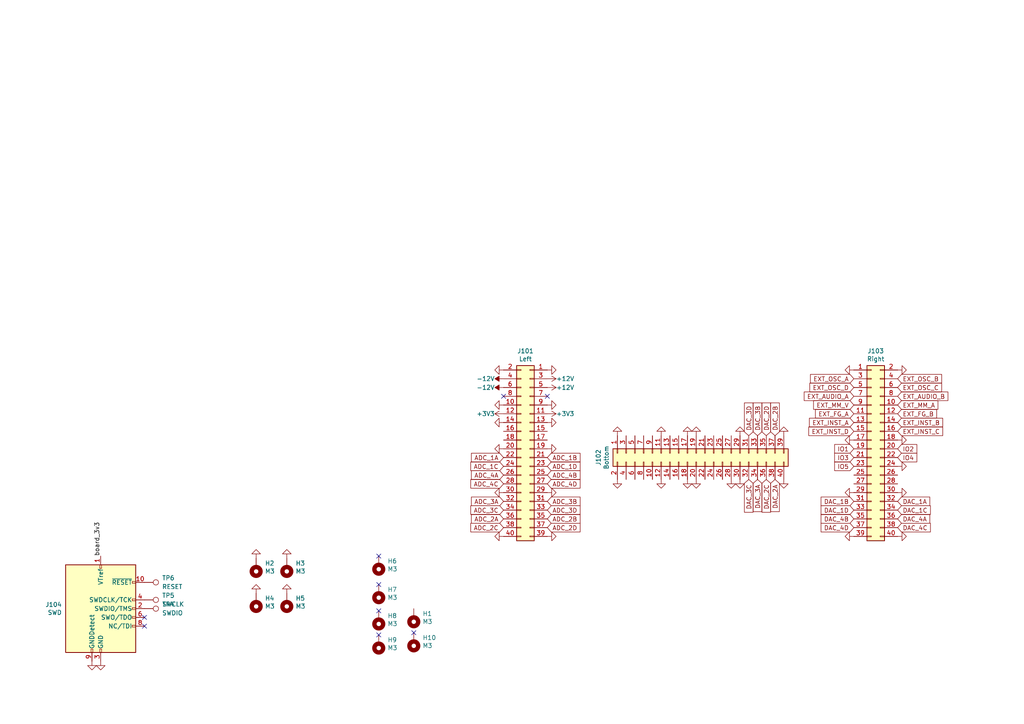
<source format=kicad_sch>
(kicad_sch (version 20211123) (generator eeschema)
  (paper "A4")
  (title_block (title "Castor & Pollux: testkit-adapter") (date "2021-10-31") (rev "v3") (company "Winterbloom") (comment 1 "gemini.wntr.dev") (comment 2 "CERN-OHL-P v2"))
  (junction (at 336.55 159.385))
  (junction (at 521.97 -17.145))
  (junction (at 363.22 119.38))
  (junction (at 425.45 19.05))
  (junction (at 468.63 34.29))
  (junction (at 425.45 13.97))
  (junction (at 521.97 8.89))
  (junction (at 521.97 32.385))
  (no_connect (at 109.855 161.29))
  (no_connect (at 419.1 8.89))
  (no_connect (at 41.91 181.61))
  (no_connect (at 468.63 24.13))
  (no_connect (at 438.15 73.66))
  (no_connect (at 146.05 114.935))
  (no_connect (at 336.55 154.305))
  (no_connect (at 120.015 183.515))
  (no_connect (at 109.855 177.165))
  (no_connect (at 109.855 169.545))
  (no_connect (at 41.91 179.07))
  (no_connect (at 158.75 114.935))
  (no_connect (at 109.855 184.15))
  (no_connect (at 360.68 16.51))
  (no_connect (at 336.55 146.685))
  (no_connect (at 360.68 116.84))
  (no_connect (at 360.68 50.8))
  (no_connect (at 360.68 34.29))
  (no_connect (at 360.68 67.31))
  (no_connect (at 360.68 83.82))
  (no_connect (at 360.68 100.33))
  (wire (pts (xy 468.63 -10.16) (xy 463.55 -10.16)))
  (wire (pts (xy 426.72 17.78) (xy 425.45 17.78)))
  (wire (pts (xy 515.62 107.95) (xy 517.525 107.95)))
  (wire (pts (xy 497.205 68.58) (xy 497.205 65.405)))
  (wire (pts (xy 363.22 120.65) (xy 364.49 120.65)))
  (wire (pts (xy 491.49 83.82) (xy 491.49 90.17)))
  (wire (pts (xy 425.45 19.05) (xy 425.45 20.32)))
  (wire (pts (xy 516.255 32.385) (xy 521.97 32.385)))
  (wire (pts (xy 513.08 17.78) (xy 513.08 12.7)))
  (wire (pts (xy 468.63 7.62) (xy 463.55 7.62)))
  (wire (pts (xy 425.45 13.97) (xy 425.45 15.24)))
  (wire (pts (xy 468.63 -10.16) (xy 468.63 -7.62)))
  (wire (pts (xy 513.08 0) (xy 521.97 0)))
  (wire (pts (xy 468.63 31.75) (xy 468.63 34.29)))
  (wire (pts (xy 426.72 73.66) (xy 427.99 73.66)))
  (wire (pts (xy 521.97 -26.035) (xy 521.97 -24.765)))
  (wire (pts (xy 425.45 17.78) (xy 425.45 19.05)))
  (wire (pts (xy 515.62 72.39) (xy 517.525 72.39)))
  (wire (pts (xy 364.49 118.11) (xy 363.22 118.11)))
  (wire (pts (xy 491.49 90.17) (xy 493.395 90.17)))
  (wire (pts (xy 513.08 5.08) (xy 513.08 0)))
  (wire (pts (xy 463.55 7.62) (xy 463.55 13.97)))
  (wire (pts (xy 512.445 23.495) (xy 521.97 23.495)))
  (wire (pts (xy 513.08 -26.035) (xy 521.97 -26.035)))
  (wire (pts (xy 463.55 27.94) (xy 463.55 34.29)))
  (wire (pts (xy 521.97 23.495) (xy 521.97 24.765)))
  (wire (pts (xy 515.62 90.17) (xy 517.525 90.17)))
  (wire (pts (xy 497.205 86.36) (xy 497.205 83.82)))
  (wire (pts (xy 468.63 7.62) (xy 468.63 10.16)))
  (wire (pts (xy 497.205 102.235) (xy 491.49 102.235)))
  (wire (pts (xy 521.97 41.275) (xy 512.445 41.275)))
  (wire (pts (xy 491.49 72.39) (xy 493.395 72.39)))
  (wire (pts (xy 419.1 13.97) (xy 425.45 13.97)))
  (wire (pts (xy 463.55 13.97) (xy 464.82 13.97)))
  (wire (pts (xy 521.335 86.36) (xy 521.335 83.82)))
  (wire (pts (xy 463.55 -10.16) (xy 463.55 -3.81)))
  (wire (pts (xy 425.45 12.7) (xy 425.45 13.97)))
  (wire (pts (xy 463.55 -3.81) (xy 464.82 -3.81)))
  (wire (pts (xy 513.08 -8.255) (xy 513.08 -13.335)))
  (wire (pts (xy 497.205 104.14) (xy 497.205 102.235)))
  (wire (pts (xy 521.97 -9.525) (xy 521.97 -8.255)))
  (wire (pts (xy 521.97 40.005) (xy 521.97 41.275)))
  (wire (pts (xy 521.97 0) (xy 521.97 1.27)))
  (wire (pts (xy 516.89 -17.145) (xy 521.97 -17.145)))
  (wire (pts (xy 360.68 119.38) (xy 363.22 119.38)))
  (wire (pts (xy 363.22 118.11) (xy 363.22 119.38)))
  (wire (pts (xy 491.49 65.405) (xy 491.49 72.39)))
  (wire (pts (xy 463.55 34.29) (xy 468.63 34.29)))
  (wire (pts (xy 521.335 102.235) (xy 515.62 102.235)))
  (wire (pts (xy 521.97 16.51) (xy 521.97 17.78)))
  (wire (pts (xy 512.445 28.575) (xy 512.445 23.495)))
  (wire (pts (xy 512.445 41.275) (xy 512.445 36.195)))
  (wire (pts (xy 513.08 -20.955) (xy 513.08 -26.035)))
  (wire (pts (xy 425.45 20.32) (xy 426.72 20.32)))
  (wire (pts (xy 521.97 -8.255) (xy 513.08 -8.255)))
  (wire (pts (xy 516.89 8.89) (xy 521.97 8.89)))
  (wire (pts (xy 363.22 119.38) (xy 363.22 120.65)))
  (wire (pts (xy 425.45 15.24) (xy 426.72 15.24)))
  (wire (pts (xy 426.72 12.7) (xy 425.45 12.7)))
  (wire (pts (xy 521.335 104.14) (xy 521.335 102.235)))
  (wire (pts (xy 497.205 83.82) (xy 491.49 83.82)))
  (wire (pts (xy 419.1 19.05) (xy 425.45 19.05)))
  (wire (pts (xy 497.205 65.405) (xy 491.49 65.405)))
  (wire (pts (xy 515.62 65.405) (xy 515.62 72.39)))
  (wire (pts (xy 336.55 156.845) (xy 336.55 159.385)))
  (wire (pts (xy 515.62 102.235) (xy 515.62 107.95)))
  (wire (pts (xy 521.335 68.58) (xy 521.335 65.405)))
  (wire (pts (xy 521.335 65.405) (xy 515.62 65.405)))
  (wire (pts (xy 521.335 83.82) (xy 515.62 83.82)))
  (wire (pts (xy 491.49 107.95) (xy 493.395 107.95)))
  (wire (pts (xy 521.97 17.78) (xy 513.08 17.78)))
  (wire (pts (xy 515.62 83.82) (xy 515.62 90.17)))
  (wire (pts (xy 464.82 27.94) (xy 463.55 27.94)))
  (wire (pts (xy 491.49 102.235) (xy 491.49 107.95)))
  (label "board_3v3" (at 29.21 161.29 90))
  (label "BUTTON" (at 426.72 73.66 180))
  (label "board_3v3" (at 419.1 -1.27 0))
  (global_label "ADC_3C" (shape input) (at 146.05 147.955 180) (property "Intersheet References" "${INTERSHEET_REFS}" (effects hide)))
  (global_label "DAC_3D" (shape input) (at 217.17 126.365 90) (property "Intersheet References" "${INTERSHEET_REFS}" (effects hide)))
  (global_label "ADC_2D" (shape input) (at 364.49 120.65 0) (property "Intersheet References" "${INTERSHEET_REFS}" (effects hide)))
  (global_label "IO5" (shape input) (at 247.65 135.255 180) (property "Intersheet References" "${INTERSHEET_REFS}" (effects hide)))
  (global_label "ADC_1A" (shape input) (at 426.72 20.32 0) (property "Intersheet References" "${INTERSHEET_REFS}" (effects hide)))
  (global_label "ADC_3A" (shape input) (at 426.72 15.24 0) (property "Intersheet References" "${INTERSHEET_REFS}" (effects hide)))
  (global_label "IO2" (shape input) (at 419.1 44.45 0) (property "Intersheet References" "${INTERSHEET_REFS}" (effects hide)))
  (global_label "DAC_3C" (shape input) (at 217.17 139.065 270) (property "Intersheet References" "${INTERSHEET_REFS}" (effects hide)))
  (global_label "IO3" (shape input) (at 247.65 132.715 180) (property "Intersheet References" "${INTERSHEET_REFS}" (effects hide)))
  (global_label "ADC_4B" (shape input) (at 158.75 137.795 0) (property "Intersheet References" "${INTERSHEET_REFS}" (effects hide)))
  (global_label "DAC_1B" (shape input) (at 247.65 145.415 180) (property "Intersheet References" "${INTERSHEET_REFS}" (effects hide)))
  (global_label "EXT_OSC_C" (shape input) (at 364.49 118.11 0) (property "Intersheet References" "${INTERSHEET_REFS}" (effects hide)))
  (global_label "DAC_4B" (shape input) (at 360.68 53.34 0) (property "Intersheet References" "${INTERSHEET_REFS}" (effects hide)))
  (global_label "ADC_2A" (shape input) (at 146.05 150.495 180) (property "Intersheet References" "${INTERSHEET_REFS}" (effects hide)))
  (global_label "ADC_3A" (shape input) (at 146.05 145.415 180) (property "Intersheet References" "${INTERSHEET_REFS}" (effects hide)))
  (global_label "IO1" (shape input) (at 419.1 39.37 0) (property "Intersheet References" "${INTERSHEET_REFS}" (effects hide)))
  (global_label "EXT_INST_D" (shape input) (at 247.65 125.095 180) (property "Intersheet References" "${INTERSHEET_REFS}" (effects hide)))
  (global_label "IO2" (shape input) (at 260.35 130.175 0) (property "Intersheet References" "${INTERSHEET_REFS}" (effects hide)))
  (global_label "IO4" (shape input) (at 260.35 132.715 0) (property "Intersheet References" "${INTERSHEET_REFS}" (effects hide)))
  (global_label "EXT_OSC_C" (shape input) (at 260.35 112.395 0) (property "Intersheet References" "${INTERSHEET_REFS}" (effects hide)))
  (global_label "EXT_FG_A" (shape input) (at 247.65 120.015 180) (property "Intersheet References" "${INTERSHEET_REFS}" (effects hide)))
  (global_label "EXT_OSC_D" (shape input) (at 247.65 112.395 180) (property "Intersheet References" "${INTERSHEET_REFS}" (effects hide)))
  (global_label "DAC_4D" (shape input) (at 247.65 153.035 180) (property "Intersheet References" "${INTERSHEET_REFS}" (effects hide)))
  (global_label "EXT_INST_C" (shape input) (at 260.35 125.095 0) (property "Intersheet References" "${INTERSHEET_REFS}" (effects hide)))
  (global_label "DAC_1A" (shape input) (at 360.68 36.83 0) (property "Intersheet References" "${INTERSHEET_REFS}" (effects hide)))
  (global_label "DAC_1B" (shape input) (at 360.68 19.05 0) (property "Intersheet References" "${INTERSHEET_REFS}" (effects hide)))
  (global_label "EXT_MM_V" (shape input) (at 247.65 117.475 180) (property "Intersheet References" "${INTERSHEET_REFS}" (effects hide)))
  (global_label "ADC_1A" (shape input) (at 146.05 132.715 180) (property "Intersheet References" "${INTERSHEET_REFS}" (effects hide)))
  (global_label "EXT_INST_B" (shape input) (at 260.35 122.555 0) (property "Intersheet References" "${INTERSHEET_REFS}" (effects hide)))
  (global_label "EXT_FG_B" (shape input) (at 260.35 120.015 0) (property "Intersheet References" "${INTERSHEET_REFS}" (effects hide)))
  (global_label "ADC_4A" (shape input) (at 146.05 137.795 180) (property "Intersheet References" "${INTERSHEET_REFS}" (effects hide)))
  (global_label "DAC_1D" (shape input) (at 247.65 147.955 180) (property "Intersheet References" "${INTERSHEET_REFS}" (effects hide)))
  (global_label "ADC_4C" (shape input) (at 146.05 140.335 180) (property "Intersheet References" "${INTERSHEET_REFS}" (effects hide)))
  (global_label "DAC_1A" (shape input) (at 260.35 145.415 0) (property "Intersheet References" "${INTERSHEET_REFS}" (effects hide)))
  (global_label "ADC_1C" (shape input) (at 146.05 135.255 180) (property "Intersheet References" "${INTERSHEET_REFS}" (effects hide)))
  (global_label "DAC_2A" (shape input) (at 224.79 139.065 270) (property "Intersheet References" "${INTERSHEET_REFS}" (effects hide)))
  (global_label "ADC_3D" (shape input) (at 158.75 147.955 0) (property "Intersheet References" "${INTERSHEET_REFS}" (effects hide)))
  (global_label "DAC_4B" (shape input) (at 247.65 150.495 180) (property "Intersheet References" "${INTERSHEET_REFS}" (effects hide)))
  (global_label "DAC_3B" (shape input) (at 219.71 126.365 90) (property "Intersheet References" "${INTERSHEET_REFS}" (effects hide)))
  (global_label "DAC_4C" (shape input) (at 260.35 153.035 0) (property "Intersheet References" "${INTERSHEET_REFS}" (effects hide)))
  (global_label "DAC_2B" (shape input) (at 224.79 126.365 90) (property "Intersheet References" "${INTERSHEET_REFS}" (effects hide)))
  (global_label "EXT_MM_A" (shape input) (at 260.35 117.475 0) (property "Intersheet References" "${INTERSHEET_REFS}" (effects hide)))
  (global_label "ADC_2C" (shape input) (at 360.68 102.87 0) (property "Intersheet References" "${INTERSHEET_REFS}" (effects hide)))
  (global_label "EXT_OSC_B" (shape input) (at 260.35 109.855 0) (property "Intersheet References" "${INTERSHEET_REFS}" (effects hide)))
  (global_label "EXT_AUDIO_B" (shape input) (at 260.35 114.935 0) (property "Intersheet References" "${INTERSHEET_REFS}" (effects hide)))
  (global_label "DAC_4A" (shape input) (at 360.68 69.85 0) (property "Intersheet References" "${INTERSHEET_REFS}" (effects hide)))
  (global_label "ADC_3B" (shape input) (at 158.75 145.415 0) (property "Intersheet References" "${INTERSHEET_REFS}" (effects hide)))
  (global_label "ADC_1D" (shape input) (at 158.75 135.255 0) (property "Intersheet References" "${INTERSHEET_REFS}" (effects hide)))
  (global_label "EXT_AUDIO_A" (shape input) (at 247.65 114.935 180) (property "Intersheet References" "${INTERSHEET_REFS}" (effects hide)))
  (global_label "ADC_2B" (shape input) (at 158.75 150.495 0) (property "Intersheet References" "${INTERSHEET_REFS}" (effects hide)))
  (global_label "DAC_2D" (shape input) (at 222.25 126.365 90) (property "Intersheet References" "${INTERSHEET_REFS}" (effects hide)))
  (global_label "EXT_OSC_A" (shape input) (at 426.72 12.7 0) (property "Intersheet References" "${INTERSHEET_REFS}" (effects hide)))
  (global_label "ADC_2D" (shape input) (at 158.75 153.035 0) (property "Intersheet References" "${INTERSHEET_REFS}" (effects hide)))
  (global_label "DAC_3A" (shape input) (at 219.71 139.065 270) (property "Intersheet References" "${INTERSHEET_REFS}" (effects hide)))
  (global_label "IO1" (shape input) (at 247.65 130.175 180) (property "Intersheet References" "${INTERSHEET_REFS}" (effects hide)))
  (global_label "DAC_4A" (shape input) (at 260.35 150.495 0) (property "Intersheet References" "${INTERSHEET_REFS}" (effects hide)))
  (global_label "ADC_2B" (shape input) (at 360.68 86.36 0) (property "Intersheet References" "${INTERSHEET_REFS}" (effects hide)))
  (global_label "EXT_OSC_A" (shape input) (at 247.65 109.855 180) (property "Intersheet References" "${INTERSHEET_REFS}" (effects hide)))
  (global_label "EXT_OSC_B" (shape input) (at 426.72 17.78 0) (property "Intersheet References" "${INTERSHEET_REFS}" (effects hide)))
  (global_label "ADC_1B" (shape input) (at 158.75 132.715 0) (property "Intersheet References" "${INTERSHEET_REFS}" (effects hide)))
  (global_label "ADC_4D" (shape input) (at 158.75 140.335 0) (property "Intersheet References" "${INTERSHEET_REFS}" (effects hide)))
  (global_label "DAC_1C" (shape input) (at 260.35 147.955 0) (property "Intersheet References" "${INTERSHEET_REFS}" (effects hide)))
  (global_label "ADC_2C" (shape input) (at 146.05 153.035 180) (property "Intersheet References" "${INTERSHEET_REFS}" (effects hide)))
  (global_label "EXT_INST_A" (shape input) (at 247.65 122.555 180) (property "Intersheet References" "${INTERSHEET_REFS}" (effects hide)))
  (global_label "DAC_2C" (shape input) (at 222.25 139.065 270) (property "Intersheet References" "${INTERSHEET_REFS}" (effects hide)))
  (symbol (lib_id "Connector:Conn_ARM_JTAG_SWD_10") (at 29.21 176.53 0) (unit 1)
    (property "Reference" "J104" (at 17.9578 175.3616 0) (effects (justify right)))
    (property "Value" "SWD" (at 17.9578 177.673 0) (effects (justify right)))
    (property "Footprint" "Connector_PinHeader_1.27mm:PinHeader_2x05_P1.27mm_Vertical" (effects hide))
    (property "Datasheet" "http://infocenter.arm.com/help/topic/com.arm.doc.ddi0314h/DDI0314H_coresight_components_trm.pdf" (effects hide))
  )
  (symbol (lib_id "power:GND") (at 29.21 191.77 0) (unit 1)
    (property "Reference" "#PWR0102" (effects hide))
    (property "Value" "GND" (effects hide))
  )
  (symbol (lib_id "power:GND") (at 26.67 191.77 0) (unit 1)
    (property "Reference" "#PWR0103" (effects hide))
    (property "Value" "GND" (effects hide))
  )
  (symbol (lib_id "power:GND") (at 158.75 107.315 90) (unit 1)
    (property "Reference" "#PWR0101" (effects hide))
    (property "Value" "GND" (effects hide))
  )
  (symbol (lib_id "power:GND") (at 146.05 107.315 270) (unit 1)
    (property "Reference" "#PWR0104" (effects hide))
    (property "Value" "GND" (effects hide))
  )
  (symbol (lib_id "power:GND") (at 146.05 117.475 270) (unit 1)
    (property "Reference" "#PWR0115" (effects hide))
    (property "Value" "GND" (effects hide))
  )
  (symbol (lib_id "power:GND") (at 146.05 122.555 270) (unit 1)
    (property "Reference" "#PWR0117" (effects hide))
    (property "Value" "GND" (effects hide))
  )
  (symbol (lib_id "power:GND") (at 158.75 117.475 90) (unit 1)
    (property "Reference" "#PWR0120" (effects hide))
    (property "Value" "GND" (effects hide))
  )
  (symbol (lib_id "power:GND") (at 158.75 122.555 90) (unit 1)
    (property "Reference" "#PWR0121" (effects hide))
    (property "Value" "GND" (effects hide))
  )
  (symbol (lib_id "power:GND") (at 146.05 155.575 270) (unit 1)
    (property "Reference" "#PWR0124" (effects hide))
    (property "Value" "GND" (effects hide))
  )
  (symbol (lib_id "power:GND") (at 158.75 155.575 90) (unit 1)
    (property "Reference" "#PWR0125" (effects hide))
    (property "Value" "GND" (effects hide))
  )
  (symbol (lib_id "power:+12V") (at 158.75 109.855 270) (unit 1)
    (property "Reference" "#PWR0126" (effects hide))
    (property "Value" "+12V" (at 161.29 109.855 90) (effects (justify left)))
  )
  (symbol (lib_id "power:-12V") (at 146.05 109.855 90) (unit 1)
    (property "Reference" "#PWR0129" (effects hide))
    (property "Value" "-12V" (at 143.51 109.855 90) (effects (justify left)))
  )
  (symbol (lib_id "hubble-lens-rescue:+3.3V-power") (at 158.75 120.015 270) (unit 1)
    (property "Reference" "#PWR0131" (effects hide))
    (property "Value" "+3.3V" (at 161.29 120.015 90) (effects (justify left)))
  )
  (symbol (lib_id "hubble-lens-rescue:+3.3V-power") (at 146.05 120.015 90) (unit 1)
    (property "Reference" "#PWR0132" (effects hide))
    (property "Value" "+3.3V" (at 143.51 120.015 90) (effects (justify left)))
  )
  (symbol (lib_id "power:GND") (at 260.35 107.315 90) (unit 1)
    (property "Reference" "#PWR0133" (effects hide))
    (property "Value" "GND" (effects hide))
  )
  (symbol (lib_id "power:GND") (at 247.65 107.315 270) (unit 1)
    (property "Reference" "#PWR0134" (effects hide))
    (property "Value" "GND" (effects hide))
  )
  (symbol (lib_id "Connector_Generic:Conn_02x20_Odd_Even") (at 153.67 130.175 0) (mirror y) (unit 1)
    (property "Reference" "J101" (at 152.4 101.8032 0))
    (property "Value" "Left" (at 152.4 104.1146 0))
    (property "Footprint" "Connector_PinSocket_2.54mm:PinSocket_2x20_P2.54mm_Vertical" (effects hide))
  )
  (symbol (lib_id "power:GND") (at 247.65 127.635 270) (unit 1)
    (property "Reference" "#PWR0137" (effects hide))
    (property "Value" "GND" (effects hide))
  )
  (symbol (lib_id "power:GND") (at 260.35 127.635 90) (unit 1)
    (property "Reference" "#PWR0138" (effects hide))
    (property "Value" "GND" (effects hide))
  )
  (symbol (lib_id "power:GND") (at 247.65 155.575 270) (unit 1)
    (property "Reference" "#PWR0141" (effects hide))
    (property "Value" "GND" (effects hide))
  )
  (symbol (lib_id "Connector_Generic:Conn_02x20_Odd_Even") (at 201.93 131.445 90) (mirror x) (unit 1)
    (property "Reference" "J102" (at 173.5582 132.715 0))
    (property "Value" "Bottom" (at 175.8696 132.715 0))
    (property "Footprint" "Connector_PinSocket_2.54mm:PinSocket_2x20_P2.54mm_Vertical" (effects hide))
  )
  (symbol (lib_id "power:GND") (at 260.35 155.575 90) (unit 1)
    (property "Reference" "#PWR0142" (effects hide))
    (property "Value" "GND" (effects hide))
  )
  (symbol (lib_id "power:GND") (at 179.07 139.065 0) (unit 1)
    (property "Reference" "#PWR0143" (effects hide))
    (property "Value" "GND" (effects hide))
  )
  (symbol (lib_id "power:GND") (at 227.33 139.065 0) (unit 1)
    (property "Reference" "#PWR0144" (effects hide))
    (property "Value" "GND" (effects hide))
  )
  (symbol (lib_id "power:GND") (at 179.07 126.365 180) (unit 1)
    (property "Reference" "#PWR0145" (effects hide))
    (property "Value" "GND" (effects hide))
  )
  (symbol (lib_id "power:GND") (at 227.33 126.365 180) (unit 1)
    (property "Reference" "#PWR0146" (effects hide))
    (property "Value" "GND" (effects hide))
  )
  (symbol (lib_id "Connector_Generic:Conn_02x20_Odd_Even") (at 252.73 130.175 0) (unit 1)
    (property "Reference" "J103" (at 254 101.8032 0))
    (property "Value" "Right" (at 254 104.1146 0))
    (property "Footprint" "Connector_PinSocket_2.54mm:PinSocket_2x20_P2.54mm_Vertical" (effects hide))
  )
  (symbol (lib_id "Mechanical:MountingHole_Pad") (at 74.295 164.465 180) (unit 1)
    (property "Reference" "H2" (at 76.835 163.3728 0) (effects (justify right)))
    (property "Value" "M3" (at 76.835 165.6842 0) (effects (justify right)))
    (property "Footprint" "MountingHole:MountingHole_3.2mm_M3_Pad_Via" (effects hide))
  )
  (symbol (lib_id "Mechanical:MountingHole_Pad") (at 83.185 164.465 180) (unit 1)
    (property "Reference" "H3" (at 85.725 163.3728 0) (effects (justify right)))
    (property "Value" "M3" (at 85.725 165.6842 0) (effects (justify right)))
    (property "Footprint" "MountingHole:MountingHole_3.2mm_M3_Pad_Via" (effects hide))
  )
  (symbol (lib_id "Mechanical:MountingHole_Pad") (at 74.295 174.625 180) (unit 1)
    (property "Reference" "H4" (at 76.835 173.5328 0) (effects (justify right)))
    (property "Value" "M3" (at 76.835 175.8442 0) (effects (justify right)))
    (property "Footprint" "MountingHole:MountingHole_3.2mm_M3_Pad_Via" (effects hide))
  )
  (symbol (lib_id "Mechanical:MountingHole_Pad") (at 83.185 174.625 180) (unit 1)
    (property "Reference" "H5" (at 85.725 173.5328 0) (effects (justify right)))
    (property "Value" "M3" (at 85.725 175.8442 0) (effects (justify right)))
    (property "Footprint" "MountingHole:MountingHole_3.2mm_M3_Pad_Via" (effects hide))
  )
  (symbol (lib_id "Mechanical:MountingHole_Pad") (at 109.855 163.83 180) (unit 1)
    (property "Reference" "H6" (at 112.395 162.7378 0) (effects (justify right)))
    (property "Value" "M3" (at 112.395 165.0492 0) (effects (justify right)))
    (property "Footprint" "MountingHole:MountingHole_3.2mm_M3" (effects hide))
  )
  (symbol (lib_id "Mechanical:MountingHole_Pad") (at 109.855 172.085 180) (unit 1)
    (property "Reference" "H7" (at 112.395 170.9928 0) (effects (justify right)))
    (property "Value" "M3" (at 112.395 173.3042 0) (effects (justify right)))
    (property "Footprint" "MountingHole:MountingHole_3.2mm_M3" (effects hide))
  )
  (symbol (lib_id "Mechanical:MountingHole_Pad") (at 109.855 179.705 180) (unit 1)
    (property "Reference" "H8" (at 112.395 178.6128 0) (effects (justify right)))
    (property "Value" "M3" (at 112.395 180.9242 0) (effects (justify right)))
    (property "Footprint" "MountingHole:MountingHole_3.2mm_M3" (effects hide))
  )
  (symbol (lib_id "Mechanical:MountingHole_Pad") (at 109.855 186.69 180) (unit 1)
    (property "Reference" "H9" (at 112.395 185.5978 0) (effects (justify right)))
    (property "Value" "M3" (at 112.395 187.9092 0) (effects (justify right)))
    (property "Footprint" "MountingHole:MountingHole_3.2mm_M3" (effects hide))
  )
  (symbol (lib_id "power:GND") (at 214.63 139.065 0) (unit 1)
    (property "Reference" "#PWR0105" (effects hide))
    (property "Value" "GND" (effects hide))
  )
  (symbol (lib_id "power:GND") (at 212.09 139.065 0) (unit 1)
    (property "Reference" "#PWR0116" (effects hide))
    (property "Value" "GND" (effects hide))
  )
  (symbol (lib_id "power:GND") (at 201.93 139.065 0) (unit 1)
    (property "Reference" "#PWR0118" (effects hide))
    (property "Value" "GND" (effects hide))
  )
  (symbol (lib_id "power:GND") (at 199.39 139.065 0) (unit 1)
    (property "Reference" "#PWR0122" (effects hide))
    (property "Value" "GND" (effects hide))
  )
  (symbol (lib_id "power:GND") (at 191.77 139.065 0) (unit 1)
    (property "Reference" "#PWR0123" (effects hide))
    (property "Value" "GND" (effects hide))
  )
  (symbol (lib_id "power:GND") (at 201.93 126.365 180) (unit 1)
    (property "Reference" "#PWR0127" (effects hide))
    (property "Value" "GND" (effects hide))
  )
  (symbol (lib_id "power:GND") (at 199.39 126.365 180) (unit 1)
    (property "Reference" "#PWR0128" (effects hide))
    (property "Value" "GND" (effects hide))
  )
  (symbol (lib_id "power:GND") (at 191.77 126.365 180) (unit 1)
    (property "Reference" "#PWR0135" (effects hide))
    (property "Value" "GND" (effects hide))
  )
  (symbol (lib_id "power:GND") (at 214.63 126.365 180) (unit 1)
    (property "Reference" "#PWR0136" (effects hide))
    (property "Value" "GND" (effects hide))
  )
  (symbol (lib_id "power:GND") (at 260.35 142.875 90) (unit 1)
    (property "Reference" "#PWR0139" (effects hide))
    (property "Value" "GND" (effects hide))
  )
  (symbol (lib_id "power:GND") (at 247.65 142.875 270) (unit 1)
    (property "Reference" "#PWR0140" (effects hide))
    (property "Value" "GND" (effects hide))
  )
  (symbol (lib_id "power:GND") (at 260.35 135.255 90) (unit 1)
    (property "Reference" "#PWR0147" (effects hide))
    (property "Value" "GND" (effects hide))
  )
  (symbol (lib_id "power:-12V") (at 146.05 112.395 90) (unit 1)
    (property "Reference" "#PWR0149" (effects hide))
    (property "Value" "-12V" (at 143.51 112.395 90) (effects (justify left)))
  )
  (symbol (lib_id "power:+12V") (at 158.75 112.395 270) (unit 1)
    (property "Reference" "#PWR0150" (effects hide))
    (property "Value" "+12V" (at 161.29 112.395 90) (effects (justify left)))
  )
  (symbol (lib_id "power:GND") (at 158.75 130.175 90) (unit 1)
    (property "Reference" "#PWR0151" (effects hide))
    (property "Value" "GND" (effects hide))
  )
  (symbol (lib_id "power:GND") (at 146.05 130.175 270) (unit 1)
    (property "Reference" "#PWR0152" (effects hide))
    (property "Value" "GND" (effects hide))
  )
  (symbol (lib_id "power:GND") (at 158.75 142.875 90) (unit 1)
    (property "Reference" "#PWR0153" (effects hide))
    (property "Value" "GND" (effects hide))
  )
  (symbol (lib_id "power:GND") (at 146.05 142.875 270) (unit 1)
    (property "Reference" "#PWR0154" (effects hide))
    (property "Value" "GND" (effects hide))
  )
  (symbol (lib_id "power:GND") (at 74.295 161.925 180) (unit 1)
    (property "Reference" "#PWR0155" (effects hide))
    (property "Value" "GND" (effects hide))
  )
  (symbol (lib_id "power:GND") (at 83.185 161.925 180) (unit 1)
    (property "Reference" "#PWR0156" (effects hide))
    (property "Value" "GND" (effects hide))
  )
  (symbol (lib_id "power:GND") (at 74.295 172.085 180) (unit 1)
    (property "Reference" "#PWR0157" (effects hide))
    (property "Value" "GND" (effects hide))
  )
  (symbol (lib_id "power:GND") (at 83.185 172.085 180) (unit 1)
    (property "Reference" "#PWR0158" (effects hide))
    (property "Value" "GND" (effects hide))
  )
  (symbol (lib_id "winterbloom:Eurorack_Pot") (at 468.63 27.94 270) (mirror x) (unit 1)
    (property "Reference" "RV3" (at 471.17 26.8604 90) (effects (justify left)))
    (property "Value" "LFO" (at 471.17 29.4004 90) (effects (justify left)))
    (property "Footprint" "winterbloom:Potentiometer_Alpha_R0904N" (effects hide))
    (property "Datasheet" "https://s3.us-west-2.amazonaws.com/secure.notion-static.com/c2e29654-9937-4f21-ad37-19aeb30b6cf7/R0904N%28KQ%29-LWS.pdf?X-Amz-Algorithm=AWS4-HMAC-SHA256&X-Amz-Credential=AKIAT73L2G45O3KS52Y5%2F20210212%2Fus-west-2%2Fs3%2Faws4_request&X-Amz-Date=20210212T061200Z&X-Amz-Expires=86400&X-Amz-Signature=79cad3de6b24b7023aa449b148ed3570970ec3161da0e13127712a5cd74fcd34&X-Amz-SignedHeaders=host&response-content-disposition=filename%20%3D%22R0904N%28KQ%29-LWS.pdf%22" (effects hide))
    (property "MPN" "https://www.thonk.co.uk/shop/vertical-b10k-10k-linear/" (effects hide))
    (property "Notes" "6.35 mm round shaft, 15 mm height" (effects hide))
    (property "Rating" "A10k" (effects hide))
  )
  (symbol (lib_id "power:+12V") (at 363.22 -3.81 270) (unit 1)
    (property "Reference" "#PWR08" (effects hide))
    (property "Value" "+12V" (at 367.03 -3.8101 90) (effects (justify left)))
  )
  (symbol (lib_id "Device:R_US") (at 521.97 28.575 180) (unit 1)
    (property "Reference" "R5" (at 523.875 26.6699 0) (effects (justify right)))
    (property "Value" "5k" (at 523.875 29.2099 0) (effects (justify right)))
    (property "Footprint" "winterbloom:R_0603_HandSolder" (effects hide))
    (property "Notes" "Eurorack level audio" (effects hide))
    (property "Rating" "150mW/5%" (at 523.875 31.75 0) (effects (font (size 1 1)) (justify right)))
  )
  (symbol (lib_id "power:GND") (at 468.63 17.78 0) (unit 1)
    (property "Reference" "#PWR013" (effects hide))
    (property "Value" "GND" (effects hide))
  )
  (symbol (lib_id "Mechanical:MountingHole_Pad") (at 120.015 179.07 180) (unit 1)
    (property "Reference" "H1" (at 122.555 177.9778 0) (effects (justify right)))
    (property "Value" "M3" (at 122.555 180.2892 0) (effects (justify right)))
    (property "Footprint" "MountingHole:MountingHole_3.2mm_M3" (effects hide))
  )
  (symbol (lib_id "Connector:TestPoint") (at 419.1 19.05 90) (unit 1)
    (property "Reference" "TP12" (at 414.02 17.7799 90) (effects (justify left)))
    (property "Value" "Ramp B" (at 414.02 20.3199 90) (effects (justify left)))
    (property "Footprint" "TestPoint:TestPoint_THTPad_D2.0mm_Drill1.0mm" (effects hide))
    (property "DNP" "1" (effects hide))
  )
  (symbol (lib_id "Connector:TestPoint") (at 419.1 8.89 90) (mirror x) (unit 1)
    (property "Reference" "TP3" (at 414.02 8.255 90) (effects (justify left)))
    (property "Value" "-10V" (at 414.02 10.16 90) (effects (justify left)))
    (property "Footprint" "TestPoint:TestPoint_THTPad_D2.0mm_Drill1.0mm" (effects hide))
    (property "DNP" "1" (effects hide))
  )
  (symbol (lib_id "power:GND") (at 468.63 0 0) (unit 1)
    (property "Reference" "#PWR012" (effects hide))
    (property "Value" "GND" (effects hide))
  )
  (symbol (lib_id "Device:R_US") (at 521.97 -20.955 180) (unit 1)
    (property "Reference" "R1" (at 523.875 -22.8601 0) (effects (justify right)))
    (property "Value" "5k" (at 523.875 -20.3201 0) (effects (justify right)))
    (property "Footprint" "winterbloom:R_0603_HandSolder" (effects hide))
    (property "Notes" "Eurorack level audio" (effects hide))
    (property "Rating" "150mW/5%" (at 523.875 -17.78 0) (effects (font (size 1 1)) (justify right)))
  )
  (symbol (lib_id "winterbloom:Eurorack_Pot") (at 497.205 72.39 270) (mirror x) (unit 1)
    (property "Reference" "RV6" (at 499.745 70.6754 90) (effects (justify left)))
    (property "Value" "Ramp level" (at 499.745 73.2154 90) (effects (justify left)))
    (property "Footprint" "winterbloom:Potentiometer_Alpha_R0904N" (effects hide))
    (property "Datasheet" "https://s3.us-west-2.amazonaws.com/secure.notion-static.com/c2e29654-9937-4f21-ad37-19aeb30b6cf7/R0904N%28KQ%29-LWS.pdf?X-Amz-Algorithm=AWS4-HMAC-SHA256&X-Amz-Credential=AKIAT73L2G45O3KS52Y5%2F20210212%2Fus-west-2%2Fs3%2Faws4_request&X-Amz-Date=20210212T061200Z&X-Amz-Expires=86400&X-Amz-Signature=79cad3de6b24b7023aa449b148ed3570970ec3161da0e13127712a5cd74fcd34&X-Amz-SignedHeaders=host&response-content-disposition=filename%20%3D%22R0904N%28KQ%29-LWS.pdf%22" (effects hide))
    (property "MPN" "R0904N-B10K L-25KQ/LWS" (effects hide))
    (property "Notes" "linear or audio taper, 9mm tall trimmer pot with white indicator" (effects hide))
    (property "Rating" "A10k" (at 499.745 75.7555 90) (effects (font (size 1 1)) (justify left)))
  )
  (symbol (lib_id "winterbloom:USB_B_Micro_Receptacle") (at 344.17 151.765 0) (mirror y) (unit 1)
    (property "Reference" "J105" (at 350.52 151.765 0) (effects (font (size 1.143 1.143)) (justify right)))
    (property "Value" "USB" (at 350.52 154.305 0) (effects (font (size 1.143 1.143)) (justify right)))
    (property "Footprint" "winterbloom:USB_B_Micro_Receptacle" (effects hide))
  )
  (symbol (lib_id "winterbloom:Eurorack_Pot") (at 497.205 90.17 270) (mirror x) (unit 1)
    (property "Reference" "RV7" (at 499.745 88.4554 90) (effects (justify left)))
    (property "Value" "Pulse level" (at 499.745 90.9954 90) (effects (justify left)))
    (property "Footprint" "winterbloom:Potentiometer_Alpha_R0904N" (effects hide))
    (property "Datasheet" "https://s3.us-west-2.amazonaws.com/secure.notion-static.com/c2e29654-9937-4f21-ad37-19aeb30b6cf7/R0904N%28KQ%29-LWS.pdf?X-Amz-Algorithm=AWS4-HMAC-SHA256&X-Amz-Credential=AKIAT73L2G45O3KS52Y5%2F20210212%2Fus-west-2%2Fs3%2Faws4_request&X-Amz-Date=20210212T061200Z&X-Amz-Expires=86400&X-Amz-Signature=79cad3de6b24b7023aa449b148ed3570970ec3161da0e13127712a5cd74fcd34&X-Amz-SignedHeaders=host&response-content-disposition=filename%20%3D%22R0904N%28KQ%29-LWS.pdf%22" (effects hide))
    (property "MPN" "R0904N-B10K L-25KQ/LWS" (effects hide))
    (property "Notes" "linear or audio taper, 9mm tall trimmer pot with white indicator" (effects hide))
    (property "Rating" "A10k" (at 499.745 93.5355 90) (effects (font (size 1 1)) (justify left)))
  )
  (symbol (lib_id "power:GND") (at 497.205 76.2 0) (unit 1)
    (property "Reference" "#PWR015" (effects hide))
    (property "Value" "GND" (effects hide))
  )
  (symbol (lib_id "Connector:TestPoint") (at 41.91 173.99 270) (mirror x) (unit 1)
    (property "Reference" "TP5" (at 46.99 172.7199 90) (effects (justify left)))
    (property "Value" "SWCLK" (at 46.99 175.2599 90) (effects (justify left)))
    (property "Footprint" "TestPoint:TestPoint_THTPad_D2.0mm_Drill1.0mm" (effects hide))
    (property "DNP" "1" (effects hide))
  )
  (symbol (lib_id "Connector:TestPoint") (at 41.91 176.53 270) (mirror x) (unit 1)
    (property "Reference" "TP4" (at 46.99 175.2599 90) (effects (justify left)))
    (property "Value" "SWDIO" (at 46.99 177.7999 90) (effects (justify left)))
    (property "Footprint" "TestPoint:TestPoint_THTPad_D2.0mm_Drill1.0mm" (effects hide))
    (property "DNP" "1" (effects hide))
  )
  (symbol (lib_id "winterbloom:Eurorack_Pot") (at 521.335 72.39 270) (mirror x) (unit 1)
    (property "Reference" "RV9" (at 523.24 70.6754 90) (effects (justify left)))
    (property "Value" "Ramp level" (at 523.24 73.2154 90) (effects (justify left)))
    (property "Footprint" "winterbloom:Potentiometer_Alpha_R0904N" (effects hide))
    (property "Datasheet" "https://s3.us-west-2.amazonaws.com/secure.notion-static.com/c2e29654-9937-4f21-ad37-19aeb30b6cf7/R0904N%28KQ%29-LWS.pdf?X-Amz-Algorithm=AWS4-HMAC-SHA256&X-Amz-Credential=AKIAT73L2G45O3KS52Y5%2F20210212%2Fus-west-2%2Fs3%2Faws4_request&X-Amz-Date=20210212T061200Z&X-Amz-Expires=86400&X-Amz-Signature=79cad3de6b24b7023aa449b148ed3570970ec3161da0e13127712a5cd74fcd34&X-Amz-SignedHeaders=host&response-content-disposition=filename%20%3D%22R0904N%28KQ%29-LWS.pdf%22" (effects hide))
    (property "MPN" "R0904N-B10K L-25KQ/LWS" (effects hide))
    (property "Notes" "linear or audio taper, 9mm tall trimmer pot with white indicator" (effects hide))
    (property "Rating" "A10k" (at 523.24 75.7555 90) (effects (font (size 1 1)) (justify left)))
  )
  (symbol (lib_id "Connector:TestPoint") (at 336.55 151.765 90) (unit 1)
    (property "Reference" "TP9" (at 333.248 154.94 90))
    (property "Value" "D+" (at 333.248 157.48 90))
    (property "Footprint" "TestPoint:TestPoint_THTPad_D2.0mm_Drill1.0mm" (effects hide))
    (property "DNP" "1" (effects hide))
  )
  (symbol (lib_id "winterbloom:Eurorack_Pot") (at 468.63 -3.81 270) (mirror x) (unit 1)
    (property "Reference" "RV1" (at 471.17 -4.8896 90) (effects (justify left)))
    (property "Value" "Castor pitch" (at 471.17 -2.3496 90) (effects (justify left)))
    (property "Footprint" "winterbloom:Potentiometer_Alpha_R0904N" (effects hide))
    (property "Datasheet" "https://s3.us-west-2.amazonaws.com/secure.notion-static.com/c2e29654-9937-4f21-ad37-19aeb30b6cf7/R0904N%28KQ%29-LWS.pdf?X-Amz-Algorithm=AWS4-HMAC-SHA256&X-Amz-Credential=AKIAT73L2G45O3KS52Y5%2F20210212%2Fus-west-2%2Fs3%2Faws4_request&X-Amz-Date=20210212T061200Z&X-Amz-Expires=86400&X-Amz-Signature=79cad3de6b24b7023aa449b148ed3570970ec3161da0e13127712a5cd74fcd34&X-Amz-SignedHeaders=host&response-content-disposition=filename%20%3D%22R0904N%28KQ%29-LWS.pdf%22" (effects hide))
    (property "MPN" "https://www.thonk.co.uk/shop/vertical-b10k-10k-linear/" (effects hide))
    (property "Notes" "6.35 mm round shaft, 15 mm height" (effects hide))
    (property "Rating" "A10k" (effects hide))
  )
  (symbol (lib_id "power:-12V") (at 363.22 0 270) (unit 1)
    (property "Reference" "#PWR09" (effects hide))
    (property "Value" "-12V" (at 367.03 -0.0001 90) (effects (justify left)))
  )
  (symbol (lib_id "power:GND") (at 497.205 111.76 0) (unit 1)
    (property "Reference" "#PWR017" (effects hide))
    (property "Value" "GND" (effects hide))
  )
  (symbol (lib_id "winterbloom:Eurorack_Mono_Jack") (at 355.6 35.56 0) (mirror y) (unit 1)
    (property "Reference" "J5" (at 354.965 26.67 0))
    (property "Value" "CASTOR DUTY" (at 354.965 29.21 0))
    (property "Footprint" "winterbloom:AudioJack_WQP518MA" (effects hide))
    (property "Datasheet" "http://www.qingpu-electronics.com/en/products/WQP-PJ398SM-362.html" (effects hide))
    (property "MPN" "WQP-WQP518MA" (effects hide))
  )
  (symbol (lib_id "winterbloom:Eurorack_Mono_Jack") (at 355.6 85.09 0) (mirror y) (unit 1)
    (property "Reference" "J7" (at 354.965 76.2 0))
    (property "Value" "CASTOR OUT" (at 354.965 78.74 0))
    (property "Footprint" "winterbloom:AudioJack_WQP518MA" (effects hide))
    (property "Datasheet" "http://www.qingpu-electronics.com/en/products/WQP-PJ398SM-362.html" (effects hide))
    (property "MPN" "WQP-WQP518MA" (effects hide))
  )
  (symbol (lib_id "winterbloom:Eurorack_Pot") (at 521.335 107.95 270) (mirror x) (unit 1)
    (property "Reference" "RV11" (at 523.24 106.2354 90) (effects (justify left)))
    (property "Value" "Sub level" (at 523.24 108.7754 90) (effects (justify left)))
    (property "Footprint" "winterbloom:Potentiometer_Alpha_R0904N" (effects hide))
    (property "Datasheet" "https://s3.us-west-2.amazonaws.com/secure.notion-static.com/c2e29654-9937-4f21-ad37-19aeb30b6cf7/R0904N%28KQ%29-LWS.pdf?X-Amz-Algorithm=AWS4-HMAC-SHA256&X-Amz-Credential=AKIAT73L2G45O3KS52Y5%2F20210212%2Fus-west-2%2Fs3%2Faws4_request&X-Amz-Date=20210212T061200Z&X-Amz-Expires=86400&X-Amz-Signature=79cad3de6b24b7023aa449b148ed3570970ec3161da0e13127712a5cd74fcd34&X-Amz-SignedHeaders=host&response-content-disposition=filename%20%3D%22R0904N%28KQ%29-LWS.pdf%22" (effects hide))
    (property "MPN" "R0904N-B10K L-25KQ/LWS" (effects hide))
    (property "Notes" "linear or audio taper, 9mm tall trimmer pot with white indicator" (effects hide))
    (property "Rating" "A10k" (at 523.24 111.3155 90) (effects (font (size 1 1)) (justify left)))
  )
  (symbol (lib_id "winterbloom:Eurorack_Mono_Jack") (at 355.6 118.11 0) (mirror y) (unit 1)
    (property "Reference" "J10" (at 354.965 109.22 0))
    (property "Value" "MIX" (at 354.965 111.76 0))
    (property "Footprint" "winterbloom:AudioJack_WQP518MA" (effects hide))
    (property "Datasheet" "http://www.qingpu-electronics.com/en/products/WQP-PJ398SM-362.html" (effects hide))
    (property "MPN" "WQP-WQP518MA" (effects hide))
  )
  (symbol (lib_id "winterbloom:Eurorack_Pot") (at 513.08 8.89 90) (unit 1)
    (property "Reference" "RV5" (at 510.54 7.8104 90) (effects (justify left)))
    (property "Value" "Pollux duty" (at 510.54 10.3504 90) (effects (justify left)))
    (property "Footprint" "winterbloom:Potentiometer_Alpha_R0904N" (effects hide))
    (property "Datasheet" "https://s3.us-west-2.amazonaws.com/secure.notion-static.com/c2e29654-9937-4f21-ad37-19aeb30b6cf7/R0904N%28KQ%29-LWS.pdf?X-Amz-Algorithm=AWS4-HMAC-SHA256&X-Amz-Credential=AKIAT73L2G45O3KS52Y5%2F20210212%2Fus-west-2%2Fs3%2Faws4_request&X-Amz-Date=20210212T061200Z&X-Amz-Expires=86400&X-Amz-Signature=79cad3de6b24b7023aa449b148ed3570970ec3161da0e13127712a5cd74fcd34&X-Amz-SignedHeaders=host&response-content-disposition=filename%20%3D%22R0904N%28KQ%29-LWS.pdf%22" (effects hide))
    (property "MPN" "https://www.thonk.co.uk/shop/vertical-b10k-10k-linear/" (effects hide))
    (property "Notes" "6.35 mm round shaft, 15 mm height" (effects hide))
    (property "Rating" "A10k" (effects hide))
  )
  (symbol (lib_id "power:GND") (at 468.63 34.29 0) (unit 1)
    (property "Reference" "#PWR014" (effects hide))
    (property "Value" "GND" (effects hide))
  )
  (symbol (lib_id "power:GND") (at 360.68 105.41 0) (unit 1)
    (property "Reference" "#PWR06" (effects hide))
    (property "Value" "GND" (effects hide))
  )
  (symbol (lib_id "power:GND") (at 360.68 21.59 0) (unit 1)
    (property "Reference" "#PWR01" (effects hide))
    (property "Value" "GND" (effects hide))
  )
  (symbol (lib_id "winterbloom:Eurorack_Mono_Jack") (at 355.6 68.58 0) (mirror y) (unit 1)
    (property "Reference" "J6" (at 354.965 59.69 0))
    (property "Value" "POLLUX DUTY" (at 354.965 62.23 0))
    (property "Footprint" "winterbloom:AudioJack_WQP518MA" (effects hide))
    (property "Datasheet" "http://www.qingpu-electronics.com/en/products/WQP-PJ398SM-362.html" (effects hide))
    (property "MPN" "WQP-WQP518MA" (effects hide))
  )
  (symbol (lib_id "power:GND") (at 521.335 93.98 0) (unit 1)
    (property "Reference" "#PWR019" (effects hide))
    (property "Value" "GND" (effects hide))
  )
  (symbol (lib_id "power:GND") (at 336.55 159.385 0) (unit 1)
    (property "Reference" "#PWR0106" (effects hide))
    (property "Value" "GND" (effects hide))
  )
  (symbol (lib_id "Device:R_US") (at 521.97 12.7 180) (unit 1)
    (property "Reference" "R4" (at 523.875 10.7949 0) (effects (justify right)))
    (property "Value" "5k" (at 523.875 13.3349 0) (effects (justify right)))
    (property "Footprint" "winterbloom:R_0603_HandSolder" (effects hide))
    (property "Notes" "Eurorack level audio" (effects hide))
    (property "Rating" "150mW/5%" (at 523.875 15.875 0) (effects (font (size 1 1)) (justify right)))
  )
  (symbol (lib_id "winterbloom:Eurorack_Power") (at 355.6 0 0) (unit 1)
    (property "Reference" "J1" (at 355.9175 -11.43 0))
    (property "Value" "Eurorack Power" (at 355.9175 -8.89 0))
    (property "Footprint" "winterbloom:Eurorack_Power_2x5_Shrouded" (effects hide))
    (property "Datasheet" "https://static6.arrow.com/aropdfconversion/1507f1621f4e67855dd466ebb3ac550d52564a9d/32302-sxx1.pdf" (effects hide))
    (property "MPN" "4UCONN 20253, On-shore 302-S101" (effects hide))
  )
  (symbol (lib_id "Connector:TestPoint") (at 419.1 3.81 90) (mirror x) (unit 1)
    (property "Reference" "TP2" (at 414.3248 2.6416 90) (effects (justify left)))
    (property "Value" "GND" (at 414.3248 4.953 90) (effects (justify left)))
    (property "Footprint" "TestPoint:TestPoint_THTPad_D2.0mm_Drill1.0mm" (effects hide))
    (property "DNP" "1" (effects hide))
  )
  (symbol (lib_id "power:GND") (at 360.68 55.88 0) (unit 1)
    (property "Reference" "#PWR03" (effects hide))
    (property "Value" "GND" (effects hide))
  )
  (symbol (lib_id "power:GND") (at 497.205 93.98 0) (unit 1)
    (property "Reference" "#PWR016" (effects hide))
    (property "Value" "GND" (effects hide))
  )
  (symbol (lib_id "winterbloom:Eurorack_Pot") (at 468.63 13.97 270) (mirror x) (unit 1)
    (property "Reference" "RV2" (at 471.17 12.8904 90) (effects (justify left)))
    (property "Value" "Pollux pitch" (at 471.17 15.4304 90) (effects (justify left)))
    (property "Footprint" "winterbloom:Potentiometer_Alpha_R0904N" (effects hide))
    (property "Datasheet" "https://s3.us-west-2.amazonaws.com/secure.notion-static.com/c2e29654-9937-4f21-ad37-19aeb30b6cf7/R0904N%28KQ%29-LWS.pdf?X-Amz-Algorithm=AWS4-HMAC-SHA256&X-Amz-Credential=AKIAT73L2G45O3KS52Y5%2F20210212%2Fus-west-2%2Fs3%2Faws4_request&X-Amz-Date=20210212T061200Z&X-Amz-Expires=86400&X-Amz-Signature=79cad3de6b24b7023aa449b148ed3570970ec3161da0e13127712a5cd74fcd34&X-Amz-SignedHeaders=host&response-content-disposition=filename%20%3D%22R0904N%28KQ%29-LWS.pdf%22" (effects hide))
    (property "MPN" "https://www.thonk.co.uk/shop/vertical-b10k-10k-linear/" (effects hide))
    (property "Notes" "6.35 mm round shaft, 15 mm height" (effects hide))
    (property "Rating" "A10k" (effects hide))
  )
  (symbol (lib_id "Mechanical:MountingHole_Pad") (at 120.015 186.055 180) (unit 1)
    (property "Reference" "H10" (at 122.555 184.9628 0) (effects (justify right)))
    (property "Value" "M3" (at 122.555 187.2742 0) (effects (justify right)))
    (property "Footprint" "MountingHole:MountingHole_3.2mm_M3" (effects hide))
  )
  (symbol (lib_id "winterbloom:Eurorack_Mono_Jack") (at 355.6 17.78 0) (mirror y) (unit 1)
    (property "Reference" "J3" (at 354.965 8.89 0))
    (property "Value" "CASTOR PITCH" (at 354.965 11.43 0))
    (property "Footprint" "winterbloom:AudioJack_WQP518MA" (effects hide))
    (property "Datasheet" "http://www.qingpu-electronics.com/en/products/WQP-PJ398SM-362.html" (effects hide))
    (property "MPN" "WQP-WQP518MA" (effects hide))
  )
  (symbol (lib_id "winterbloom:Tactile_Switch") (at 433.07 73.66 0) (unit 1)
    (property "Reference" "SW2" (at 433.07 67.31 0) (effects (font (size 1.143 1.143))))
    (property "Value" "BUTTON" (at 433.07 69.85 0) (effects (font (size 1.143 1.143))))
    (property "Footprint" "winterbloom:Tactile_Switch_6mm" (effects hide))
    (property "Datasheet" "https://sten-eswitch-13110800-production.s3.amazonaws.com/system/asset/product_line/data_sheet/144/TL1105.pdf" (effects hide))
    (property "MPN" "TL1105SPF160Q, TL1105SPF100Q, TL1105SPF250Q" (effects hide))
  )
  (symbol (lib_id "Device:R_US") (at 521.97 36.195 180) (unit 1)
    (property "Reference" "R6" (at 523.875 34.2899 0) (effects (justify right)))
    (property "Value" "5k" (at 523.875 36.8299 0) (effects (justify right)))
    (property "Footprint" "winterbloom:R_0603_HandSolder" (effects hide))
    (property "Notes" "Eurorack level audio" (effects hide))
    (property "Rating" "150mW/5%" (at 523.875 39.37 0) (effects (font (size 1 1)) (justify right)))
  )
  (symbol (lib_id "power:GND") (at 419.1 3.81 90) (unit 1)
    (property "Reference" "#PWR011" (effects hide))
    (property "Value" "GND" (effects hide))
  )
  (symbol (lib_id "winterbloom:Eurorack_Pot") (at 497.205 107.95 270) (mirror x) (unit 1)
    (property "Reference" "RV8" (at 499.745 106.2354 90) (effects (justify left)))
    (property "Value" "Sub level" (at 499.745 108.7754 90) (effects (justify left)))
    (property "Footprint" "winterbloom:Potentiometer_Alpha_R0904N" (effects hide))
    (property "Datasheet" "https://s3.us-west-2.amazonaws.com/secure.notion-static.com/c2e29654-9937-4f21-ad37-19aeb30b6cf7/R0904N%28KQ%29-LWS.pdf?X-Amz-Algorithm=AWS4-HMAC-SHA256&X-Amz-Credential=AKIAT73L2G45O3KS52Y5%2F20210212%2Fus-west-2%2Fs3%2Faws4_request&X-Amz-Date=20210212T061200Z&X-Amz-Expires=86400&X-Amz-Signature=79cad3de6b24b7023aa449b148ed3570970ec3161da0e13127712a5cd74fcd34&X-Amz-SignedHeaders=host&response-content-disposition=filename%20%3D%22R0904N%28KQ%29-LWS.pdf%22" (effects hide))
    (property "MPN" "R0904N-B10K L-25KQ/LWS" (effects hide))
    (property "Notes" "linear or audio taper, 9mm tall trimmer pot with white indicator" (effects hide))
    (property "Rating" "A10k" (at 499.745 111.3155 90) (effects (font (size 1 1)) (justify left)))
  )
  (symbol (lib_id "power:GND") (at 521.335 76.2 0) (unit 1)
    (property "Reference" "#PWR018" (effects hide))
    (property "Value" "GND" (effects hide))
  )
  (symbol (lib_id "winterbloom:Eurorack_Pot") (at 521.335 90.17 270) (mirror x) (unit 1)
    (property "Reference" "RV10" (at 523.24 88.4554 90) (effects (justify left)))
    (property "Value" "Pulse level" (at 523.24 90.9954 90) (effects (justify left)))
    (property "Footprint" "winterbloom:Potentiometer_Alpha_R0904N" (effects hide))
    (property "Datasheet" "https://s3.us-west-2.amazonaws.com/secure.notion-static.com/c2e29654-9937-4f21-ad37-19aeb30b6cf7/R0904N%28KQ%29-LWS.pdf?X-Amz-Algorithm=AWS4-HMAC-SHA256&X-Amz-Credential=AKIAT73L2G45O3KS52Y5%2F20210212%2Fus-west-2%2Fs3%2Faws4_request&X-Amz-Date=20210212T061200Z&X-Amz-Expires=86400&X-Amz-Signature=79cad3de6b24b7023aa449b148ed3570970ec3161da0e13127712a5cd74fcd34&X-Amz-SignedHeaders=host&response-content-disposition=filename%20%3D%22R0904N%28KQ%29-LWS.pdf%22" (effects hide))
    (property "MPN" "R0904N-B10K L-25KQ/LWS" (effects hide))
    (property "Notes" "linear or audio taper, 9mm tall trimmer pot with white indicator" (effects hide))
    (property "Rating" "A10k" (at 523.24 93.5355 90) (effects (font (size 1 1)) (justify left)))
  )
  (symbol (lib_id "Device:R_US") (at 521.97 5.08 180) (unit 1)
    (property "Reference" "R3" (at 523.875 3.1749 0) (effects (justify right)))
    (property "Value" "5k" (at 523.875 5.7149 0) (effects (justify right)))
    (property "Footprint" "winterbloom:R_0603_HandSolder" (effects hide))
    (property "Notes" "Eurorack level audio" (effects hide))
    (property "Rating" "150mW/5%" (at 523.875 8.255 0) (effects (font (size 1 1)) (justify right)))
  )
  (symbol (lib_id "Connector:TestPoint") (at 336.55 149.225 90) (unit 1)
    (property "Reference" "TP10" (at 333.248 143.51 90))
    (property "Value" "D-" (at 333.248 146.05 90))
    (property "Footprint" "TestPoint:TestPoint_THTPad_D2.0mm_Drill1.0mm" (effects hide))
    (property "DNP" "1" (effects hide))
  )
  (symbol (lib_id "power:GND") (at 360.68 72.39 0) (unit 1)
    (property "Reference" "#PWR04" (effects hide))
    (property "Value" "GND" (effects hide))
  )
  (symbol (lib_id "Connector:TestPoint") (at 419.1 -1.27 90) (mirror x) (unit 1)
    (property "Reference" "TP1" (at 414.3248 -2.4384 90) (effects (justify left)))
    (property "Value" "3V3" (at 414.3248 -0.127 90) (effects (justify left)))
    (property "Footprint" "TestPoint:TestPoint_THTPad_D2.0mm_Drill1.0mm" (effects hide))
    (property "DNP" "1" (effects hide))
  )
  (symbol (lib_id "power:GND") (at 521.335 111.76 0) (unit 1)
    (property "Reference" "#PWR020" (effects hide))
    (property "Value" "GND" (effects hide))
  )
  (symbol (lib_id "power:GND") (at 363.22 3.81 0) (unit 1)
    (property "Reference" "#PWR010" (effects hide))
    (property "Value" "GND" (effects hide))
  )
  (symbol (lib_id "winterbloom:Eurorack_Mono_Jack") (at 355.6 101.6 0) (mirror y) (unit 1)
    (property "Reference" "J8" (at 354.965 92.71 0))
    (property "Value" "POLLUX OUT" (at 354.965 95.25 0))
    (property "Footprint" "winterbloom:AudioJack_WQP518MA" (effects hide))
    (property "Datasheet" "http://www.qingpu-electronics.com/en/products/WQP-PJ398SM-362.html" (effects hide))
    (property "MPN" "WQP-WQP518MA" (effects hide))
  )
  (symbol (lib_id "Connector:TestPoint") (at 41.91 168.91 270) (mirror x) (unit 1)
    (property "Reference" "TP6" (at 46.99 167.6399 90) (effects (justify left)))
    (property "Value" "RESET" (at 46.99 170.1799 90) (effects (justify left)))
    (property "Footprint" "TestPoint:TestPoint_THTPad_D2.0mm_Drill1.0mm" (effects hide))
    (property "DNP" "1" (effects hide))
  )
  (symbol (lib_id "winterbloom:Eurorack_Pot") (at 512.445 32.385 90) (mirror x) (unit 1)
    (property "Reference" "RV12" (at 510.54 30.2894 90) (effects (justify left)))
    (property "Value" "Crossfade" (at 510.54 32.8294 90) (effects (justify left)))
    (property "Footprint" "winterbloom:Potentiometer_Alpha_R0904N" (effects hide))
    (property "Datasheet" "https://s3.us-west-2.amazonaws.com/secure.notion-static.com/c2e29654-9937-4f21-ad37-19aeb30b6cf7/R0904N%28KQ%29-LWS.pdf?X-Amz-Algorithm=AWS4-HMAC-SHA256&X-Amz-Credential=AKIAT73L2G45O3KS52Y5%2F20210212%2Fus-west-2%2Fs3%2Faws4_request&X-Amz-Date=20210212T061200Z&X-Amz-Expires=86400&X-Amz-Signature=79cad3de6b24b7023aa449b148ed3570970ec3161da0e13127712a5cd74fcd34&X-Amz-SignedHeaders=host&response-content-disposition=filename%20%3D%22R0904N%28KQ%29-LWS.pdf%22" (effects hide))
    (property "MPN" "https://www.thonk.co.uk/shop/vertical-b10k-10k-linear/" (effects hide))
    (property "Notes" "10k, linear taper, 6.35 mm round shaft, 15 mm height" (effects hide))
    (property "Rating" "A10k" (at 510.54 35.3695 90) (effects (font (size 1 1)) (justify left)))
  )
  (symbol (lib_id "Connector:TestPoint") (at 419.1 13.97 90) (unit 1)
    (property "Reference" "TP11" (at 414.02 12.6999 90) (effects (justify left)))
    (property "Value" "Ramp A" (at 414.02 15.2399 90) (effects (justify left)))
    (property "Footprint" "TestPoint:TestPoint_THTPad_D2.0mm_Drill1.0mm" (effects hide))
    (property "DNP" "1" (effects hide))
  )
  (symbol (lib_id "Connector:TestPoint") (at 419.1 39.37 90) (unit 1)
    (property "Reference" "TP7" (at 414.3248 40.5384 90) (effects (justify left)))
    (property "Value" "SQ1" (at 414.3248 38.227 90) (effects (justify left)))
    (property "Footprint" "TestPoint:TestPoint_THTPad_D2.0mm_Drill1.0mm" (effects hide))
    (property "DNP" "1" (effects hide))
  )
  (symbol (lib_id "Device:R_US") (at 521.97 -13.335 180) (unit 1)
    (property "Reference" "R2" (at 523.875 -15.2401 0) (effects (justify right)))
    (property "Value" "5k" (at 523.875 -12.7001 0) (effects (justify right)))
    (property "Footprint" "winterbloom:R_0603_HandSolder" (effects hide))
    (property "Notes" "Eurorack level audio" (effects hide))
    (property "Rating" "150mW/5%" (at 523.875 -10.16 0) (effects (font (size 1 1)) (justify right)))
  )
  (symbol (lib_id "power:GND") (at 360.68 121.92 0) (unit 1)
    (property "Reference" "#PWR07" (effects hide))
    (property "Value" "GND" (effects hide))
  )
  (symbol (lib_id "winterbloom:Eurorack_Mono_Jack") (at 355.6 52.07 0) (mirror y) (unit 1)
    (property "Reference" "J4" (at 354.965 43.18 0))
    (property "Value" "POLLUX PITCH" (at 354.965 45.72 0))
    (property "Footprint" "winterbloom:AudioJack_WQP518MA" (effects hide))
    (property "Datasheet" "http://www.qingpu-electronics.com/en/products/WQP-PJ398SM-362.html" (effects hide))
    (property "MPN" "WQP-WQP518MA" (effects hide))
  )
  (symbol (lib_id "winterbloom:Eurorack_Pot") (at 513.08 -17.145 90) (unit 1)
    (property "Reference" "RV4" (at 510.54 -18.2246 90) (effects (justify left)))
    (property "Value" "Castor duty" (at 510.54 -15.6846 90) (effects (justify left)))
    (property "Footprint" "winterbloom:Potentiometer_Alpha_R0904N" (effects hide))
    (property "Datasheet" "https://s3.us-west-2.amazonaws.com/secure.notion-static.com/c2e29654-9937-4f21-ad37-19aeb30b6cf7/R0904N%28KQ%29-LWS.pdf?X-Amz-Algorithm=AWS4-HMAC-SHA256&X-Amz-Credential=AKIAT73L2G45O3KS52Y5%2F20210212%2Fus-west-2%2Fs3%2Faws4_request&X-Amz-Date=20210212T061200Z&X-Amz-Expires=86400&X-Amz-Signature=79cad3de6b24b7023aa449b148ed3570970ec3161da0e13127712a5cd74fcd34&X-Amz-SignedHeaders=host&response-content-disposition=filename%20%3D%22R0904N%28KQ%29-LWS.pdf%22" (effects hide))
    (property "MPN" "https://www.thonk.co.uk/shop/vertical-b10k-10k-linear/" (effects hide))
    (property "Notes" "6.35 mm round shaft, 15 mm height" (effects hide))
    (property "Rating" "A10k" (effects hide))
  )
  (symbol (lib_id "power:GND") (at 360.68 88.9 0) (unit 1)
    (property "Reference" "#PWR05" (effects hide))
    (property "Value" "GND" (effects hide))
  )
  (symbol (lib_id "power:GND") (at 360.68 39.37 0) (unit 1)
    (property "Reference" "#PWR02" (effects hide))
    (property "Value" "GND" (effects hide))
  )
  (symbol (lib_id "Connector:TestPoint") (at 419.1 44.45 90) (unit 1)
    (property "Reference" "TP8" (at 414.3248 45.6184 90) (effects (justify left)))
    (property "Value" "SQ2" (at 414.3248 43.307 90) (effects (justify left)))
    (property "Footprint" "TestPoint:TestPoint_THTPad_D2.0mm_Drill1.0mm" (effects hide))
    (property "DNP" "1" (effects hide))
  )
)
</source>
